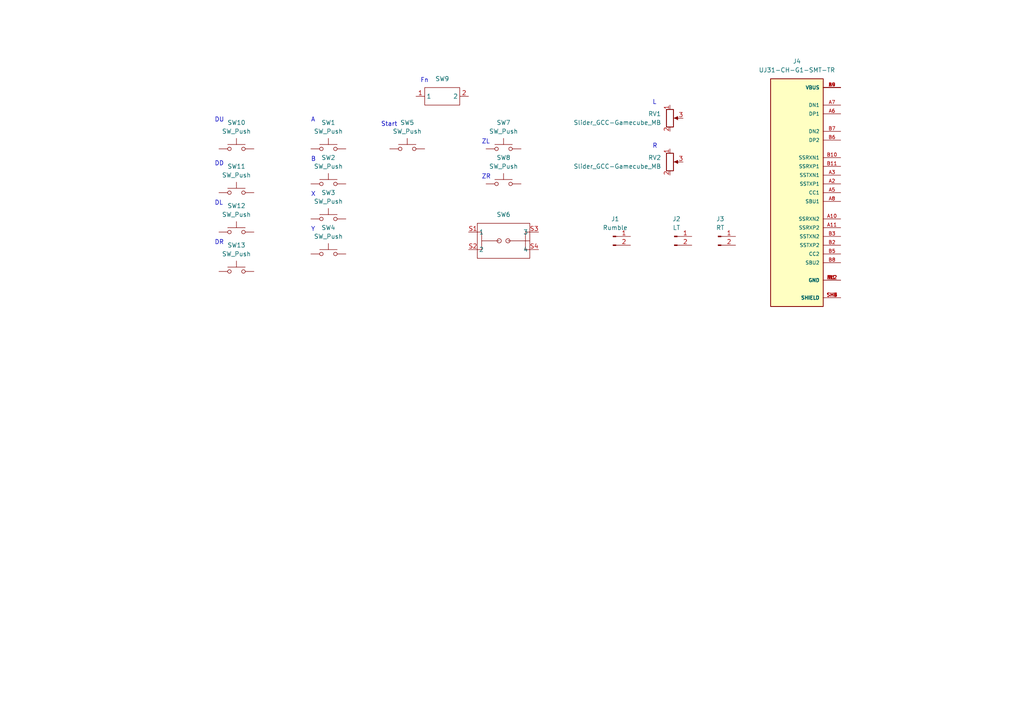
<source format=kicad_sch>
(kicad_sch (version 20230121) (generator eeschema)
  (paper "A4")
  (lib_symbols
    (symbol "Switch:SW_Push" (pin_numbers hide) (pin_names (offset 1.016) hide)
      (property "Reference" "SW" (at 1.27 2.54 0))
      (property "Value" "SW_Push" (at 0 -1.524 0))
      (symbol "SW_Push_0_1"
        (circle (center -2.032 0) (radius 0.508))
        (polyline (pts (xy 0 1.27) (xy 0 3.048)))
        (polyline (pts (xy 2.54 1.27) (xy -2.54 1.27)))
        (circle (center 2.032 0) (radius 0.508))
        (pin passive line (at -5.08 0 0) (length 2.54) (name "1") (number "1"))
        (pin passive line (at 5.08 0 180) (length 2.54) (name "2") (number "2"))
      )
    )
    (symbol "hhl:Conn_01x02_Male" (pin_names (offset 1.016) hide)
      (property "Reference" "J1" (at 0.635 4.0427 0))
      (property "Value" "Rumble" (at -1.524 2.286 0))
      (symbol "Conn_01x02_Male_1_1"
        (polyline (pts (xy 1.27 -2.54) (xy 0.8636 -2.54)) (stroke (width 0.1524)))
        (polyline (pts (xy 1.27 0) (xy 0.8636 0)) (stroke (width 0.1524)))
        (rectangle (start 0.8636 -2.413) (end 0 -2.667) (stroke (width 0.1524)) (fill (type outline)))
        (rectangle (start 0.8636 0.127) (end 0 -0.127) (stroke (width 0.1524)) (fill (type outline)))
        (pin passive line (at 5.08 0 180) (length 3.81) (name "Pin_1") (number "1"))
        (pin passive line (at 5.08 -2.54 180) (length 3.81) (name "Pin_2") (number "2"))
      )
    )
    (symbol "hhl:GL18_SW"
      (property "Reference" "SW" (at 0 6.35 0))
      (symbol "GL18_SW_0_1"
        (rectangle (start -7.62 5.08) (end 7.62 -5.08))
        (circle (center -1.27 0) (radius 0.6087))
        (polyline (pts (xy -6.35 0) (xy -1.27 0)))
        (polyline (pts (xy 1.27 0) (xy 7.62 0)))
        (polyline (pts (xy -7.62 2.54) (xy -6.35 2.54) (xy -6.35 0) (xy -6.35 -2.54) (xy -7.62 -2.54)))
        (polyline (pts (xy 7.62 2.54) (xy 6.35 2.54) (xy 6.35 0) (xy 6.35 -2.54) (xy 7.62 -2.54)))
        (circle (center 1.27 0) (radius 0.6087))
      )
      (symbol "GL18_SW_1_1"
        (pin input line (at -10.16 2.54 0) (length 2.54) (name "1") (number "S1"))
        (pin input line (at -10.16 -2.54 0) (length 2.54) (name "2") (number "S2"))
        (pin input line (at 10.16 2.54 180) (length 2.54) (name "3") (number "S3"))
        (pin input line (at 10.16 -2.54 180) (length 2.54) (name "4") (number "S4"))
      )
    )
    (symbol "hhl:Slider_GCC-Gamecube_MB" (pin_names (offset 1.016) hide)
      (property "Reference" "RV" (at -8.255 0 90))
      (property "Value" "Slider_GCC-Gamecube_MB" (at -6.35 0 90))
      (symbol "Slider_GCC-Gamecube_MB_0_1"
        (polyline (pts (xy 2.54 0) (xy 1.524 0)))
        (polyline (pts (xy 1.143 0) (xy 2.286 0.508) (xy 2.286 -0.508)) (fill (type outline)))
        (rectangle (start 1.016 2.54) (end -1.016 -2.54) (stroke (width 0.254)))
      )
      (symbol "Slider_GCC-Gamecube_MB_1_1"
        (pin passive line (at 0 3.81 270) (length 1.27) (name "V+") (number "1"))
        (pin passive line (at 0 -3.81 90) (length 1.27) (name "GND") (number "2"))
        (pin passive line (at 3.81 0 180) (length 1.27) (name "Signal") (number "3"))
      )
    )
    (symbol "hhl:TS09-63-25-R-260-SMT"
      (property "Reference" "SW" (at 0 3.81 0))
      (symbol "TS09-63-25-R-260-SMT_0_1"
        (rectangle (start -5.08 2.54) (end 5.08 -2.54))
      )
      (symbol "TS09-63-25-R-260-SMT_1_1"
        (pin input line (at -7.62 0 0) (length 2.54) (name "1") (number "1"))
        (pin input line (at 7.62 0 180) (length 2.54) (name "2") (number "2"))
      )
    )
    (symbol "hhl:UJ31-CH-G1-SMT-TR" (pin_names (offset 1.016))
      (property "Reference" "J" (at -7.6299 33.063 0))
      (property "Value" "UJ31-CH-G1-SMT-TR" (at -7.6244 -35.5807 0))
      (symbol "UJ31-CH-G1-SMT-TR_0_0"
        (rectangle (start -7.62 -33.02) (end 7.62 33.02) (stroke (width 0.254)) (fill (type background)))
        (pin power_in line (at 12.7 -25.4 180) (length 5.08) (name "GND") (number "A1"))
        (pin bidirectional line (at 12.7 -7.62 180) (length 5.08) (name "SSRXN2") (number "A10"))
        (pin bidirectional line (at 12.7 -10.16 180) (length 5.08) (name "SSRXP2") (number "A11"))
        (pin power_in line (at 12.7 -25.4 180) (length 5.08) (name "GND") (number "A12"))
        (pin bidirectional line (at 12.7 2.54 180) (length 5.08) (name "SSTXP1") (number "A2"))
        (pin bidirectional line (at 12.7 5.08 180) (length 5.08) (name "SSTXN1") (number "A3"))
        (pin power_in line (at 12.7 30.48 180) (length 5.08) (name "VBUS") (number "A4"))
        (pin bidirectional line (at 12.7 0 180) (length 5.08) (name "CC1") (number "A5"))
        (pin bidirectional line (at 12.7 22.86 180) (length 5.08) (name "DP1") (number "A6"))
        (pin bidirectional line (at 12.7 25.4 180) (length 5.08) (name "DN1") (number "A7"))
        (pin bidirectional line (at 12.7 -2.54 180) (length 5.08) (name "SBU1") (number "A8"))
        (pin power_in line (at 12.7 30.48 180) (length 5.08) (name "VBUS") (number "A9"))
        (pin power_in line (at 12.7 -25.4 180) (length 5.08) (name "GND") (number "B1"))
        (pin bidirectional line (at 12.7 10.16 180) (length 5.08) (name "SSRXN1") (number "B10"))
        (pin bidirectional line (at 12.7 7.62 180) (length 5.08) (name "SSRXP1") (number "B11"))
        (pin power_in line (at 12.7 -25.4 180) (length 5.08) (name "GND") (number "B12"))
        (pin bidirectional line (at 12.7 -15.24 180) (length 5.08) (name "SSTXP2") (number "B2"))
        (pin bidirectional line (at 12.7 -12.7 180) (length 5.08) (name "SSTXN2") (number "B3"))
        (pin power_in line (at 12.7 30.48 180) (length 5.08) (name "VBUS") (number "B4"))
        (pin bidirectional line (at 12.7 -17.78 180) (length 5.08) (name "CC2") (number "B5"))
        (pin bidirectional line (at 12.7 15.24 180) (length 5.08) (name "DP2") (number "B6"))
        (pin bidirectional line (at 12.7 17.78 180) (length 5.08) (name "DN2") (number "B7"))
        (pin bidirectional line (at 12.7 -20.32 180) (length 5.08) (name "SBU2") (number "B8"))
        (pin power_in line (at 12.7 30.48 180) (length 5.08) (name "VBUS") (number "B9"))
        (pin power_in line (at 12.7 -30.48 180) (length 5.08) (name "SHIELD") (number "SH1"))
        (pin power_in line (at 12.7 -30.48 180) (length 5.08) (name "SHIELD") (number "SH2"))
        (pin power_in line (at 12.7 -30.48 180) (length 5.08) (name "SHIELD") (number "SH3"))
        (pin power_in line (at 12.7 -30.48 180) (length 5.08) (name "SHIELD") (number "SH4"))
        (pin power_in line (at 12.7 -30.48 180) (length 5.08) (name "SHIELD") (number "SH5"))
        (pin power_in line (at 12.7 -30.48 180) (length 5.08) (name "SHIELD") (number "SH6"))
      )
    )
  )
  (text "DU" (at 62.23 35.56 0) (effects (font (size 1.27 1.27)) (justify left bottom)))
  (text "DL" (at 62.23 59.69 0) (effects (font (size 1.27 1.27)) (justify left bottom)))
  (text "A" (at 90.17 35.56 0) (effects (font (size 1.27 1.27)) (justify left bottom)))
  (text "ZR" (at 139.7 52.07 0) (effects (font (size 1.27 1.27)) (justify left bottom)))
  (text "Start" (at 110.49 36.83 0) (effects (font (size 1.27 1.27)) (justify left bottom)))
  (text "Y" (at 90.17 67.31 0) (effects (font (size 1.27 1.27)) (justify left bottom)))
  (text "DR" (at 62.23 71.12 0) (effects (font (size 1.27 1.27)) (justify left bottom)))
  (text "Fn" (at 121.92 24.13 0) (effects (font (size 1.27 1.27)) (justify left bottom)))
  (text "L" (at 189.23 30.48 0) (effects (font (size 1.27 1.27)) (justify left bottom)))
  (text "B" (at 90.17 46.99 0) (effects (font (size 1.27 1.27)) (justify left bottom)))
  (text "DD" (at 62.23 48.26 0) (effects (font (size 1.27 1.27)) (justify left bottom)))
  (text "X" (at 90.17 57.15 0) (effects (font (size 1.27 1.27)) (justify left bottom)))
  (text "R" (at 189.23 43.18 0) (effects (font (size 1.27 1.27)) (justify left bottom)))
  (text "ZL" (at 139.7 41.91 0) (effects (font (size 1.27 1.27)) (justify left bottom)))
  (symbol (lib_id "hhl:Conn_01x02_Male") (at 208.28 68.58 0) (unit 1)
    (property "Reference" "J3" (at 208.915 63.5 0))
    (property "Value" "RT" (at 208.915 66.04 0))
    (property "Footprint" "hhl:rumble_pins" (effects hide))
  )
  (symbol (lib_id "hhl:Conn_01x02_Male") (at 195.58 68.58 0) (unit 1)
    (property "Reference" "J2" (at 196.215 63.5 0))
    (property "Value" "LT" (at 196.215 66.04 0))
    (property "Footprint" "hhl:rumble_pins" (effects hide))
  )
  (symbol (lib_id "Switch:SW_Push") (at 95.25 43.18 0) (unit 1)
    (property "Reference" "SW1" (at 95.25 35.56 0))
    (property "Value" "SW_Push" (at 95.25 38.1 0))
    (property "Footprint" "hhl:progcc_bpad" (effects hide))
  )
  (symbol (lib_id "hhl:Conn_01x02_Male") (at 177.8 68.58 0) (unit 1)
    (property "Reference" "J1" (at 178.435 63.5 0))
    (property "Value" "Rumble" (at 178.435 66.04 0))
    (property "Footprint" "hhl:rumble_pins" (effects hide))
  )
  (symbol (lib_id "hhl:Slider_GCC-Gamecube_MB") (at 194.31 46.99 0) (unit 1)
    (property "Reference" "RV2" (at 191.77 45.72 0) (effects (justify right)))
    (property "Value" "Slider_GCC-Gamecube_MB" (at 191.77 48.26 0) (effects (justify right)))
    (property "Footprint" "hhl:GCC_Slider" (effects hide))
  )
  (symbol (lib_id "Switch:SW_Push") (at 95.25 63.5 0) (unit 1)
    (property "Reference" "SW3" (at 95.25 55.88 0))
    (property "Value" "SW_Push" (at 95.25 58.42 0))
    (property "Footprint" "hhl:progcc_bpad" (effects hide))
  )
  (symbol (lib_id "hhl:GL18_SW") (at 146.05 69.85 0) (unit 1)
    (property "Reference" "SW6" (at 146.05 62.23 0))
    (property "Value" "GL18_SW" (effects hide))
    (property "Footprint" "hhl:GL18" (effects hide))
    (property "Datasheet" "${KIPRJMOD}/../progcc_v3_libs/docs/GuliKit Hall stick GL18,hall sensor datasheet.pdf" (effects hide))
    (property "MPN" "GL18" (effects hide))
  )
  (symbol (lib_id "Switch:SW_Push") (at 68.58 67.31 0) (unit 1)
    (property "Reference" "SW12" (at 68.58 59.69 0))
    (property "Value" "SW_Push" (at 68.58 62.23 0))
    (property "Footprint" "hhl:progcc_dpad" (effects hide))
  )
  (symbol (lib_id "Switch:SW_Push") (at 68.58 55.88 0) (unit 1)
    (property "Reference" "SW11" (at 68.58 48.26 0))
    (property "Value" "SW_Push" (at 68.58 50.8 0))
    (property "Footprint" "hhl:progcc_dpad" (effects hide))
  )
  (symbol (lib_id "hhl:Slider_GCC-Gamecube_MB") (at 194.31 34.29 0) (unit 1)
    (property "Reference" "RV1" (at 191.77 33.02 0) (effects (justify right)))
    (property "Value" "Slider_GCC-Gamecube_MB" (at 191.77 35.56 0) (effects (justify right)))
    (property "Footprint" "hhl:GCC_Slider" (effects hide))
  )
  (symbol (lib_id "hhl:UJ31-CH-G1-SMT-TR") (at 231.14 55.88 0) (unit 1)
    (property "Reference" "J4" (at 231.14 17.78 0))
    (property "Value" "UJ31-CH-G1-SMT-TR" (at 231.14 20.32 0))
    (property "Footprint" "hhl:CUI_UJ31-CH-G1-SMT-TR" (effects hide))
    (property "MF" "CUI Devices" (effects hide))
    (property "Description" "Type C, USB 3.2 Gen 2, 10 Gbps, 20 Vac, 5 A, Right Angle, Surface Mount, Black Insulator, USB Receptacle" (effects hide))
    (property "Package" "None" (effects hide))
    (property "Price" "None" (effects hide))
    (property "Check_prices" "https://www.snapeda.com/parts/UJ31-CH-G1-SMT-TR/CUI+Devices/view-part/?ref=eda" (effects hide))
    (property "PART_REV" "1.01" (effects hide))
    (property "STANDARD" "MANUFACTURER RECOMMENDATIONS" (effects hide))
    (property "SnapEDA_Link" "https://www.snapeda.com/parts/UJ31-CH-G1-SMT-TR/CUI+Devices/view-part/?ref=snap" (effects hide))
    (property "MP" "UJ31-CH-G1-SMT-TR" (effects hide))
    (property "Purchase-URL" "https://www.snapeda.com/api/url_track_click_mouser/?unipart_id=2754415&manufacturer=CUI Devices&part_name=UJ31-CH-G1-SMT-TR&search_term=None" (effects hide))
    (property "CUI_purchase_URL" "https://www.cuidevices.com/product/interconnect/connectors/usb-connectors/uj31-ch-g1-smt-tr?utm_source=snapeda.com&utm_medium=referral&utm_campaign=snapedaBOM" (effects hide))
    (property "Availability" "In Stock" (effects hide))
    (property "MANUFACTURER" "CUI INC" (effects hide))
  )
  (symbol (lib_id "Switch:SW_Push") (at 68.58 43.18 0) (unit 1)
    (property "Reference" "SW10" (at 68.58 35.56 0))
    (property "Value" "SW_Push" (at 68.58 38.1 0))
    (property "Footprint" "hhl:progcc_dpad" (effects hide))
  )
  (symbol (lib_id "hhl:TS09-63-25-R-260-SMT") (at 128.27 27.94 0) (unit 1)
    (property "Reference" "SW9" (at 128.27 22.86 0))
    (property "Value" "TS09-63-25-R-260-SMT" (effects hide))
    (property "Footprint" "hhl:TS09" (effects hide))
    (property "Datasheet" "${KIPRJMOD}/../progcc_v3_libs/docs/ts09-2887126.pdf" (effects hide))
    (property "MPN" "TS09-63-25-R-260-SMT" (effects hide))
  )
  (symbol (lib_id "Switch:SW_Push") (at 146.05 53.34 0) (unit 1)
    (property "Reference" "SW8" (at 146.05 45.72 0))
    (property "Value" "SW_Push" (at 146.05 48.26 0))
    (property "Footprint" "hhl:Z_Switch_Edge_Omron" (effects hide))
  )
  (symbol (lib_id "Switch:SW_Push") (at 95.25 73.66 0) (unit 1)
    (property "Reference" "SW4" (at 95.25 66.04 0))
    (property "Value" "SW_Push" (at 95.25 68.58 0))
    (property "Footprint" "hhl:progcc_bpad" (effects hide))
  )
  (symbol (lib_id "Switch:SW_Push") (at 68.58 78.74 0) (unit 1)
    (property "Reference" "SW13" (at 68.58 71.12 0))
    (property "Value" "SW_Push" (at 68.58 73.66 0))
    (property "Footprint" "hhl:progcc_dpad" (effects hide))
  )
  (symbol (lib_id "Switch:SW_Push") (at 146.05 43.18 0) (unit 1)
    (property "Reference" "SW7" (at 146.05 35.56 0))
    (property "Value" "SW_Push" (at 146.05 38.1 0))
    (property "Footprint" "hhl:Z_Switch_Edge_Omron" (effects hide))
  )
  (symbol (lib_id "Switch:SW_Push") (at 118.11 43.18 0) (unit 1)
    (property "Reference" "SW5" (at 118.11 35.56 0))
    (property "Value" "SW_Push" (at 118.11 38.1 0))
    (property "Footprint" "hhl:snes_pad" (effects hide))
  )
  (symbol (lib_id "Switch:SW_Push") (at 95.25 53.34 0) (unit 1)
    (property "Reference" "SW2" (at 95.25 45.72 0))
    (property "Value" "SW_Push" (at 95.25 48.26 0))
    (property "Footprint" "hhl:progcc_bpad" (effects hide))
  )
)
</source>
